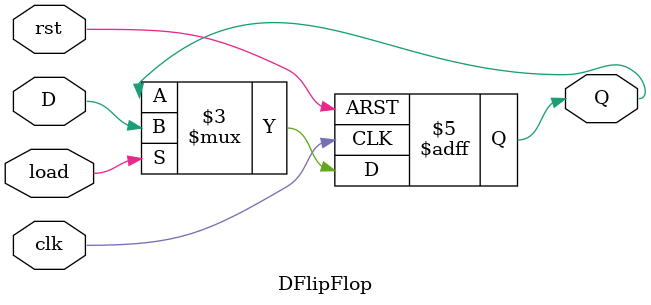
<source format=v>
`timescale 1ns / 1ps


module DFlipFlop
 (input clk, input rst, input D, output reg Q, input load);
 
 always @ (posedge clk or posedge rst)
 
 if (rst) 
 Q <= 1'b0;
 else if (load) 
 Q <= D;
 else 
 Q <= Q;
 
endmodule 

</source>
